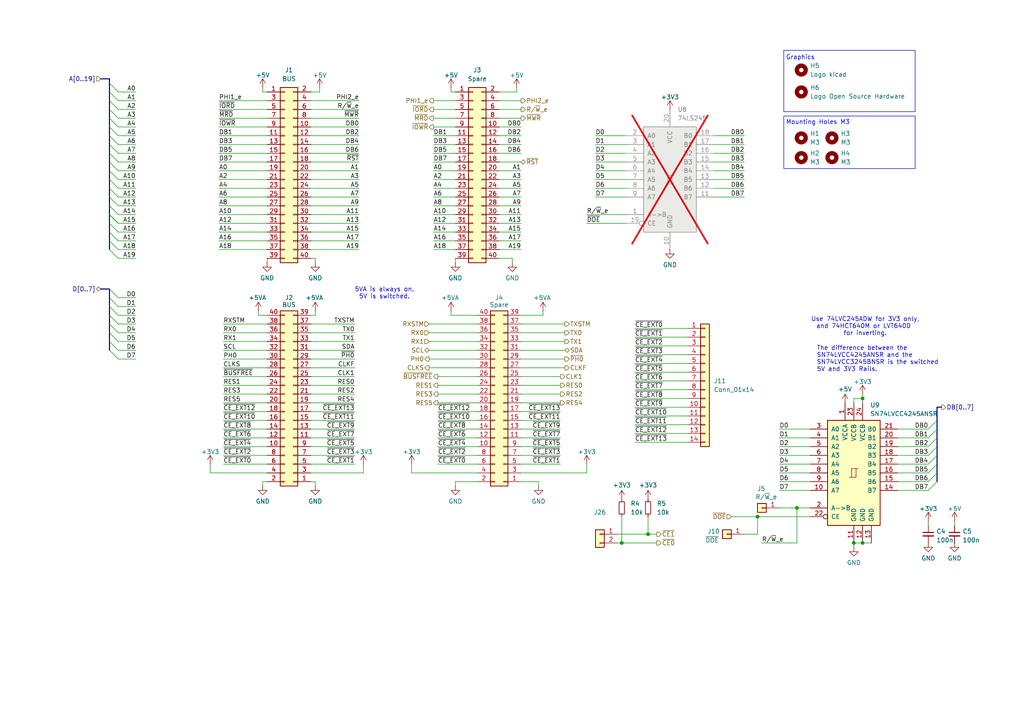
<source format=kicad_sch>
(kicad_sch (version 20231120) (generator "eeschema") (generator_version "8.0")
  (paper "A4")
  (title_block (title "Unicomp v3 - Bus") (date "2024-10-01") (rev "v1.0") (company "100% Offner") (comment 1 "v1.0: Initial"))
  (junction (at 231.14 147.32))
  (junction (at 187.96 154.94))
  (junction (at 250.19 115.57))
  (junction (at 180.34 157.48))
  (junction (at 219.71 149.86))
  (junction (at 247.65 157.48))
  (junction (at 250.19 157.48))
  (bus_entry (at 31.75 57.15) (size 2.54 2.54))
  (bus_entry (at 31.75 49.53) (size 2.54 2.54))
  (bus_entry (at 31.75 34.29) (size 2.54 2.54))
  (bus_entry (at 31.75 62.23) (size 2.54 2.54))
  (bus_entry (at 271.78 129.54) (size -2.54 2.54))
  (bus_entry (at 31.75 72.39) (size 2.54 2.54))
  (bus_entry (at 271.78 137.16) (size -2.54 2.54))
  (bus_entry (at 31.75 91.44) (size 2.54 2.54))
  (bus_entry (at 31.75 83.82) (size 2.54 2.54))
  (bus_entry (at 31.75 99.06) (size 2.54 2.54))
  (bus_entry (at 271.78 127) (size -2.54 2.54))
  (bus_entry (at 31.75 36.83) (size 2.54 2.54))
  (bus_entry (at 31.75 24.13) (size 2.54 2.54))
  (bus_entry (at 31.75 67.31) (size 2.54 2.54))
  (bus_entry (at 31.75 54.61) (size 2.54 2.54))
  (bus_entry (at 31.75 44.45) (size 2.54 2.54))
  (bus_entry (at 271.78 134.62) (size -2.54 2.54))
  (bus_entry (at 31.75 86.36) (size 2.54 2.54))
  (bus_entry (at 31.75 41.91) (size 2.54 2.54))
  (bus_entry (at 31.75 46.99) (size 2.54 2.54))
  (bus_entry (at 31.75 39.37) (size 2.54 2.54))
  (bus_entry (at 271.78 124.46) (size -2.54 2.54))
  (bus_entry (at 31.75 31.75) (size 2.54 2.54))
  (bus_entry (at 271.78 139.7) (size -2.54 2.54))
  (bus_entry (at 31.75 29.21) (size 2.54 2.54))
  (bus_entry (at 271.78 132.08) (size -2.54 2.54))
  (bus_entry (at 31.75 96.52) (size 2.54 2.54))
  (bus_entry (at 271.78 121.92) (size -2.54 2.54))
  (bus_entry (at 31.75 26.67) (size 2.54 2.54))
  (bus_entry (at 31.75 88.9) (size 2.54 2.54))
  (bus_entry (at 31.75 52.07) (size 2.54 2.54))
  (bus_entry (at 31.75 62.23) (size 2.54 2.54))
  (bus_entry (at 31.75 69.85) (size 2.54 2.54))
  (bus_entry (at 31.75 59.69) (size 2.54 2.54))
  (bus_entry (at 31.75 93.98) (size 2.54 2.54))
  (bus_entry (at 31.75 64.77) (size 2.54 2.54))
  (bus_entry (at 31.75 101.6) (size 2.54 2.54))
  (bus (pts (xy 271.78 124.46) (xy 271.78 121.92)))
  (wire (pts (xy 39.37 91.44) (xy 34.29 91.44)))
  (wire (pts (xy 125.73 41.91) (xy 132.08 41.91)))
  (bus (pts (xy 31.75 91.44) (xy 31.75 88.9)))
  (wire (pts (xy 260.35 127) (xy 269.24 127)))
  (bus (pts (xy 31.75 31.75) (xy 31.75 29.21)))
  (wire (pts (xy 91.44 74.93) (xy 90.17 74.93)))
  (wire (pts (xy 184.15 105.41) (xy 199.39 105.41)))
  (wire (pts (xy 151.13 116.84) (xy 162.56 116.84)))
  (wire (pts (xy 125.73 44.45) (xy 132.08 44.45)))
  (wire (pts (xy 63.5 29.21) (xy 77.47 29.21)))
  (wire (pts (xy 172.72 44.45) (xy 181.61 44.45)))
  (wire (pts (xy 144.78 57.15) (xy 151.13 57.15)))
  (wire (pts (xy 91.44 90.17) (xy 91.44 91.44)))
  (bus (pts (xy 271.78 127) (xy 271.78 124.46)))
  (wire (pts (xy 156.21 139.7) (xy 151.13 139.7)))
  (wire (pts (xy 39.37 104.14) (xy 34.29 104.14)))
  (wire (pts (xy 90.17 99.06) (xy 102.87 99.06)))
  (wire (pts (xy 170.18 134.62) (xy 170.18 137.16)))
  (wire (pts (xy 125.73 39.37) (xy 132.08 39.37)))
  (wire (pts (xy 63.5 64.77) (xy 77.47 64.77)))
  (wire (pts (xy 130.81 90.17) (xy 130.81 91.44)))
  (wire (pts (xy 64.77 134.62) (xy 77.47 134.62)))
  (wire (pts (xy 144.78 64.77) (xy 151.13 64.77)))
  (wire (pts (xy 260.35 142.24) (xy 269.24 142.24)))
  (wire (pts (xy 144.78 69.85) (xy 151.13 69.85)))
  (wire (pts (xy 190.5 157.48) (xy 180.34 157.48)))
  (wire (pts (xy 207.01 54.61) (xy 215.9 54.61)))
  (wire (pts (xy 64.77 121.92) (xy 77.47 121.92)))
  (wire (pts (xy 151.13 129.54) (xy 162.56 129.54)))
  (wire (pts (xy 260.35 137.16) (xy 269.24 137.16)))
  (wire (pts (xy 127 111.76) (xy 138.43 111.76)))
  (wire (pts (xy 90.17 64.77) (xy 104.14 64.77)))
  (wire (pts (xy 180.34 149.86) (xy 180.34 157.48)))
  (wire (pts (xy 149.86 26.67) (xy 144.78 26.67)))
  (wire (pts (xy 39.37 69.85) (xy 34.29 69.85)))
  (wire (pts (xy 91.44 76.2) (xy 91.44 74.93)))
  (wire (pts (xy 151.13 99.06) (xy 163.83 99.06)))
  (wire (pts (xy 90.17 59.69) (xy 104.14 59.69)))
  (wire (pts (xy 127 127) (xy 138.43 127)))
  (wire (pts (xy 184.15 97.79) (xy 199.39 97.79)))
  (wire (pts (xy 130.81 91.44) (xy 138.43 91.44)))
  (wire (pts (xy 63.5 36.83) (xy 77.47 36.83)))
  (wire (pts (xy 63.5 39.37) (xy 77.47 39.37)))
  (wire (pts (xy 184.15 102.87) (xy 199.39 102.87)))
  (wire (pts (xy 90.17 116.84) (xy 102.87 116.84)))
  (wire (pts (xy 157.48 90.17) (xy 157.48 91.44)))
  (bus (pts (xy 271.78 118.11) (xy 273.05 118.11)))
  (wire (pts (xy 125.73 69.85) (xy 132.08 69.85)))
  (wire (pts (xy 60.96 137.16) (xy 77.47 137.16)))
  (wire (pts (xy 231.14 147.32) (xy 234.95 147.32)))
  (wire (pts (xy 148.59 76.2) (xy 148.59 74.93)))
  (wire (pts (xy 260.35 129.54) (xy 269.24 129.54)))
  (wire (pts (xy 151.13 127) (xy 162.56 127)))
  (bus (pts (xy 31.75 99.06) (xy 31.75 96.52)))
  (wire (pts (xy 247.65 115.57) (xy 250.19 115.57)))
  (bus (pts (xy 31.75 88.9) (xy 31.75 86.36)))
  (wire (pts (xy 125.73 46.99) (xy 132.08 46.99)))
  (wire (pts (xy 76.2 25.4) (xy 76.2 26.67)))
  (wire (pts (xy 125.73 31.75) (xy 132.08 31.75)))
  (wire (pts (xy 39.37 36.83) (xy 34.29 36.83)))
  (bus (pts (xy 271.78 129.54) (xy 271.78 127)))
  (wire (pts (xy 39.37 57.15) (xy 34.29 57.15)))
  (wire (pts (xy 74.93 91.44) (xy 77.47 91.44)))
  (wire (pts (xy 226.06 137.16) (xy 234.95 137.16)))
  (bus (pts (xy 31.75 64.77) (xy 31.75 62.23)))
  (wire (pts (xy 39.37 62.23) (xy 34.29 62.23)))
  (wire (pts (xy 64.77 99.06) (xy 77.47 99.06)))
  (wire (pts (xy 149.86 25.4) (xy 149.86 26.67)))
  (wire (pts (xy 125.73 57.15) (xy 132.08 57.15)))
  (wire (pts (xy 39.37 52.07) (xy 34.29 52.07)))
  (wire (pts (xy 226.06 142.24) (xy 234.95 142.24)))
  (wire (pts (xy 90.17 36.83) (xy 104.14 36.83)))
  (wire (pts (xy 219.71 154.94) (xy 219.71 149.86)))
  (wire (pts (xy 39.37 49.53) (xy 34.29 49.53)))
  (bus (pts (xy 31.75 44.45) (xy 31.75 41.91)))
  (wire (pts (xy 92.71 25.4) (xy 92.71 26.67)))
  (wire (pts (xy 90.17 31.75) (xy 104.14 31.75)))
  (wire (pts (xy 64.77 124.46) (xy 77.47 124.46)))
  (wire (pts (xy 276.86 151.13) (xy 276.86 152.4)))
  (bus (pts (xy 31.75 86.36) (xy 31.75 83.82)))
  (wire (pts (xy 64.77 106.68) (xy 77.47 106.68)))
  (wire (pts (xy 39.37 88.9) (xy 34.29 88.9)))
  (wire (pts (xy 64.77 101.6) (xy 77.47 101.6)))
  (wire (pts (xy 64.77 114.3) (xy 77.47 114.3)))
  (wire (pts (xy 226.06 129.54) (xy 234.95 129.54)))
  (bus (pts (xy 31.75 69.85) (xy 31.75 67.31)))
  (bus (pts (xy 271.78 139.7) (xy 271.78 137.16)))
  (wire (pts (xy 39.37 46.99) (xy 34.29 46.99)))
  (wire (pts (xy 226.06 134.62) (xy 234.95 134.62)))
  (wire (pts (xy 125.73 59.69) (xy 132.08 59.69)))
  (wire (pts (xy 39.37 96.52) (xy 34.29 96.52)))
  (wire (pts (xy 64.77 129.54) (xy 77.47 129.54)))
  (wire (pts (xy 39.37 39.37) (xy 34.29 39.37)))
  (wire (pts (xy 125.73 36.83) (xy 132.08 36.83)))
  (wire (pts (xy 125.73 52.07) (xy 132.08 52.07)))
  (wire (pts (xy 39.37 34.29) (xy 34.29 34.29)))
  (wire (pts (xy 63.5 31.75) (xy 77.47 31.75)))
  (wire (pts (xy 127 116.84) (xy 138.43 116.84)))
  (wire (pts (xy 151.13 124.46) (xy 162.56 124.46)))
  (wire (pts (xy 184.15 123.19) (xy 199.39 123.19)))
  (wire (pts (xy 269.24 151.13) (xy 269.24 152.4)))
  (wire (pts (xy 130.81 26.67) (xy 132.08 26.67)))
  (wire (pts (xy 231.14 157.48) (xy 231.14 147.32)))
  (wire (pts (xy 151.13 101.6) (xy 163.83 101.6)))
  (wire (pts (xy 184.15 107.95) (xy 199.39 107.95)))
  (bus (pts (xy 31.75 39.37) (xy 31.75 36.83)))
  (wire (pts (xy 63.5 52.07) (xy 77.47 52.07)))
  (wire (pts (xy 90.17 134.62) (xy 102.87 134.62)))
  (bus (pts (xy 31.75 93.98) (xy 31.75 91.44)))
  (wire (pts (xy 39.37 44.45) (xy 34.29 44.45)))
  (wire (pts (xy 157.48 91.44) (xy 151.13 91.44)))
  (wire (pts (xy 127 114.3) (xy 138.43 114.3)))
  (wire (pts (xy 124.46 106.68) (xy 138.43 106.68)))
  (wire (pts (xy 77.47 76.2) (xy 77.47 74.93)))
  (wire (pts (xy 63.5 72.39) (xy 77.47 72.39)))
  (wire (pts (xy 151.13 109.22) (xy 162.56 109.22)))
  (wire (pts (xy 90.17 69.85) (xy 104.14 69.85)))
  (wire (pts (xy 184.15 100.33) (xy 199.39 100.33)))
  (wire (pts (xy 63.5 62.23) (xy 77.47 62.23)))
  (wire (pts (xy 226.06 127) (xy 234.95 127)))
  (wire (pts (xy 127 119.38) (xy 138.43 119.38)))
  (wire (pts (xy 63.5 59.69) (xy 77.47 59.69)))
  (wire (pts (xy 179.07 154.94) (xy 187.96 154.94)))
  (wire (pts (xy 250.19 114.3) (xy 250.19 115.57)))
  (wire (pts (xy 207.01 44.45) (xy 215.9 44.45)))
  (wire (pts (xy 90.17 57.15) (xy 104.14 57.15)))
  (wire (pts (xy 91.44 91.44) (xy 90.17 91.44)))
  (wire (pts (xy 215.9 154.94) (xy 219.71 154.94)))
  (wire (pts (xy 125.73 62.23) (xy 132.08 62.23)))
  (bus (pts (xy 31.75 52.07) (xy 31.75 49.53)))
  (bus (pts (xy 31.75 54.61) (xy 31.75 52.07)))
  (wire (pts (xy 39.37 64.77) (xy 34.29 64.77)))
  (wire (pts (xy 184.15 95.25) (xy 199.39 95.25)))
  (wire (pts (xy 144.78 62.23) (xy 151.13 62.23)))
  (wire (pts (xy 125.73 34.29) (xy 132.08 34.29)))
  (bus (pts (xy 31.75 72.39) (xy 31.75 69.85)))
  (wire (pts (xy 172.72 39.37) (xy 181.61 39.37)))
  (wire (pts (xy 144.78 67.31) (xy 151.13 67.31)))
  (wire (pts (xy 207.01 52.07) (xy 215.9 52.07)))
  (wire (pts (xy 151.13 132.08) (xy 162.56 132.08)))
  (wire (pts (xy 119.38 137.16) (xy 138.43 137.16)))
  (wire (pts (xy 151.13 96.52) (xy 163.83 96.52)))
  (wire (pts (xy 63.5 54.61) (xy 77.47 54.61)))
  (bus (pts (xy 31.75 49.53) (xy 31.75 46.99)))
  (wire (pts (xy 76.2 140.97) (xy 76.2 139.7)))
  (wire (pts (xy 156.21 140.97) (xy 156.21 139.7)))
  (wire (pts (xy 39.37 99.06) (xy 34.29 99.06)))
  (wire (pts (xy 91.44 140.97) (xy 91.44 139.7)))
  (bus (pts (xy 31.75 29.21) (xy 31.75 26.67)))
  (wire (pts (xy 125.73 67.31) (xy 132.08 67.31)))
  (wire (pts (xy 144.78 49.53) (xy 151.13 49.53)))
  (wire (pts (xy 39.37 86.36) (xy 34.29 86.36)))
  (bus (pts (xy 31.75 83.82) (xy 29.21 83.82)))
  (wire (pts (xy 127 121.92) (xy 138.43 121.92)))
  (wire (pts (xy 127 129.54) (xy 138.43 129.54)))
  (wire (pts (xy 63.5 34.29) (xy 77.47 34.29)))
  (wire (pts (xy 144.78 34.29) (xy 151.13 34.29)))
  (wire (pts (xy 172.72 52.07) (xy 181.61 52.07)))
  (wire (pts (xy 184.15 118.11) (xy 199.39 118.11)))
  (wire (pts (xy 170.18 64.77) (xy 181.61 64.77)))
  (wire (pts (xy 63.5 46.99) (xy 77.47 46.99)))
  (wire (pts (xy 90.17 106.68) (xy 102.87 106.68)))
  (wire (pts (xy 144.78 29.21) (xy 151.13 29.21)))
  (wire (pts (xy 76.2 26.67) (xy 77.47 26.67)))
  (wire (pts (xy 90.17 114.3) (xy 102.87 114.3)))
  (wire (pts (xy 184.15 125.73) (xy 199.39 125.73)))
  (wire (pts (xy 132.08 76.2) (xy 132.08 74.93)))
  (wire (pts (xy 125.73 72.39) (xy 132.08 72.39)))
  (wire (pts (xy 74.93 90.17) (xy 74.93 91.44)))
  (wire (pts (xy 64.77 109.22) (xy 77.47 109.22)))
  (wire (pts (xy 39.37 74.93) (xy 34.29 74.93)))
  (wire (pts (xy 260.35 139.7) (xy 269.24 139.7)))
  (wire (pts (xy 90.17 104.14) (xy 102.87 104.14)))
  (wire (pts (xy 184.15 128.27) (xy 199.39 128.27)))
  (wire (pts (xy 180.34 157.48) (xy 179.07 157.48)))
  (wire (pts (xy 90.17 44.45) (xy 104.14 44.45)))
  (bus (pts (xy 271.78 132.08) (xy 271.78 129.54)))
  (wire (pts (xy 64.77 111.76) (xy 77.47 111.76)))
  (wire (pts (xy 144.78 54.61) (xy 151.13 54.61)))
  (wire (pts (xy 247.65 157.48) (xy 250.19 157.48)))
  (wire (pts (xy 220.98 157.48) (xy 231.14 157.48)))
  (wire (pts (xy 124.46 101.6) (xy 138.43 101.6)))
  (bus (pts (xy 31.75 57.15) (xy 31.75 54.61)))
  (wire (pts (xy 151.13 93.98) (xy 163.83 93.98)))
  (wire (pts (xy 63.5 69.85) (xy 77.47 69.85)))
  (wire (pts (xy 64.77 93.98) (xy 77.47 93.98)))
  (wire (pts (xy 250.19 115.57) (xy 250.19 116.84)))
  (wire (pts (xy 39.37 31.75) (xy 34.29 31.75)))
  (wire (pts (xy 207.01 46.99) (xy 215.9 46.99)))
  (wire (pts (xy 90.17 62.23) (xy 104.14 62.23)))
  (wire (pts (xy 124.46 96.52) (xy 138.43 96.52)))
  (wire (pts (xy 127 124.46) (xy 138.43 124.46)))
  (wire (pts (xy 90.17 49.53) (xy 104.14 49.53)))
  (bus (pts (xy 31.75 46.99) (xy 31.75 44.45)))
  (wire (pts (xy 64.77 96.52) (xy 77.47 96.52)))
  (wire (pts (xy 124.46 104.14) (xy 138.43 104.14)))
  (bus (pts (xy 271.78 137.16) (xy 271.78 134.62)))
  (wire (pts (xy 90.17 127) (xy 102.87 127)))
  (wire (pts (xy 92.71 26.67) (xy 90.17 26.67)))
  (wire (pts (xy 76.2 139.7) (xy 77.47 139.7)))
  (wire (pts (xy 124.46 99.06) (xy 138.43 99.06)))
  (wire (pts (xy 247.65 158.75) (xy 247.65 157.48)))
  (wire (pts (xy 144.78 44.45) (xy 151.13 44.45)))
  (wire (pts (xy 260.35 134.62) (xy 269.24 134.62)))
  (wire (pts (xy 207.01 49.53) (xy 215.9 49.53)))
  (wire (pts (xy 144.78 59.69) (xy 151.13 59.69)))
  (wire (pts (xy 207.01 41.91) (xy 215.9 41.91)))
  (wire (pts (xy 125.73 54.61) (xy 132.08 54.61)))
  (wire (pts (xy 260.35 124.46) (xy 269.24 124.46)))
  (wire (pts (xy 63.5 67.31) (xy 77.47 67.31)))
  (wire (pts (xy 184.15 113.03) (xy 199.39 113.03)))
  (wire (pts (xy 127 132.08) (xy 138.43 132.08)))
  (wire (pts (xy 90.17 119.38) (xy 102.87 119.38)))
  (wire (pts (xy 63.5 41.91) (xy 77.47 41.91)))
  (wire (pts (xy 187.96 154.94) (xy 190.5 154.94)))
  (wire (pts (xy 39.37 59.69) (xy 34.29 59.69)))
  (wire (pts (xy 63.5 44.45) (xy 77.47 44.45)))
  (wire (pts (xy 60.96 134.62) (xy 60.96 137.16)))
  (wire (pts (xy 151.13 119.38) (xy 162.56 119.38)))
  (wire (pts (xy 64.77 116.84) (xy 77.47 116.84)))
  (wire (pts (xy 172.72 41.91) (xy 181.61 41.91)))
  (wire (pts (xy 90.17 129.54) (xy 102.87 129.54)))
  (wire (pts (xy 127 134.62) (xy 138.43 134.62)))
  (wire (pts (xy 39.37 93.98) (xy 34.29 93.98)))
  (wire (pts (xy 64.77 127) (xy 77.47 127)))
  (wire (pts (xy 226.06 147.32) (xy 231.14 147.32)))
  (wire (pts (xy 39.37 101.6) (xy 34.29 101.6)))
  (wire (pts (xy 64.77 119.38) (xy 77.47 119.38)))
  (wire (pts (xy 144.78 31.75) (xy 151.13 31.75)))
  (bus (pts (xy 271.78 121.92) (xy 271.78 118.11)))
  (bus (pts (xy 31.75 36.83) (xy 31.75 34.29)))
  (wire (pts (xy 151.13 111.76) (xy 162.56 111.76)))
  (wire (pts (xy 90.17 41.91) (xy 104.14 41.91)))
  (wire (pts (xy 151.13 137.16) (xy 170.18 137.16)))
  (wire (pts (xy 63.5 57.15) (xy 77.47 57.15)))
  (wire (pts (xy 148.59 74.93) (xy 144.78 74.93)))
  (wire (pts (xy 90.17 39.37) (xy 104.14 39.37)))
  (wire (pts (xy 119.38 134.62) (xy 119.38 137.16)))
  (wire (pts (xy 260.35 132.08) (xy 269.24 132.08)))
  (wire (pts (xy 90.17 34.29) (xy 104.14 34.29)))
  (wire (pts (xy 39.37 41.91) (xy 34.29 41.91)))
  (wire (pts (xy 132.08 139.7) (xy 138.43 139.7)))
  (wire (pts (xy 125.73 64.77) (xy 132.08 64.77)))
  (wire (pts (xy 39.37 29.21) (xy 34.29 29.21)))
  (wire (pts (xy 90.17 93.98) (xy 102.87 93.98)))
  (wire (pts (xy 170.18 62.23) (xy 181.61 62.23)))
  (wire (pts (xy 226.06 132.08) (xy 234.95 132.08)))
  (bus (pts (xy 271.78 134.62) (xy 271.78 132.08)))
  (wire (pts (xy 144.78 41.91) (xy 151.13 41.91)))
  (wire (pts (xy 144.78 46.99) (xy 151.13 46.99)))
  (wire (pts (xy 250.19 157.48) (xy 252.73 157.48)))
  (wire (pts (xy 207.01 39.37) (xy 215.9 39.37)))
  (bus (pts (xy 31.75 59.69) (xy 31.75 57.15)))
  (wire (pts (xy 90.17 101.6) (xy 102.87 101.6)))
  (wire (pts (xy 90.17 124.46) (xy 102.87 124.46)))
  (bus (pts (xy 31.75 41.91) (xy 31.75 39.37)))
  (wire (pts (xy 90.17 109.22) (xy 102.87 109.22)))
  (wire (pts (xy 151.13 104.14) (xy 163.83 104.14)))
  (wire (pts (xy 125.73 29.21) (xy 132.08 29.21)))
  (wire (pts (xy 184.15 110.49) (xy 199.39 110.49)))
  (bus (pts (xy 31.75 26.67) (xy 31.75 24.13)))
  (wire (pts (xy 184.15 120.65) (xy 199.39 120.65)))
  (wire (pts (xy 64.77 132.08) (xy 77.47 132.08)))
  (wire (pts (xy 226.06 124.46) (xy 234.95 124.46)))
  (bus (pts (xy 31.75 62.23) (xy 31.75 59.69)))
  (wire (pts (xy 39.37 72.39) (xy 34.29 72.39)))
  (wire (pts (xy 90.17 111.76) (xy 102.87 111.76)))
  (wire (pts (xy 39.37 67.31) (xy 34.29 67.31)))
  (bus (pts (xy 31.75 24.13) (xy 31.75 22.86)))
  (wire (pts (xy 130.81 25.4) (xy 130.81 26.67)))
  (wire (pts (xy 90.17 121.92) (xy 102.87 121.92)))
  (wire (pts (xy 90.17 137.16) (xy 105.41 137.16)))
  (bus (pts (xy 31.75 96.52) (xy 31.75 93.98)))
  (wire (pts (xy 90.17 67.31) (xy 104.14 67.31)))
  (wire (pts (xy 63.5 49.53) (xy 77.47 49.53)))
  (wire (pts (xy 172.72 57.15) (xy 181.61 57.15)))
  (wire (pts (xy 90.17 29.21) (xy 104.14 29.21)))
  (wire (pts (xy 219.71 149.86) (xy 234.95 149.86)))
  (wire (pts (xy 226.06 139.7) (xy 234.95 139.7)))
  (wire (pts (xy 90.17 52.07) (xy 104.14 52.07)))
  (wire (pts (xy 90.17 54.61) (xy 104.14 54.61)))
  (wire (pts (xy 207.01 57.15) (xy 215.9 57.15)))
  (wire (pts (xy 125.73 49.53) (xy 132.08 49.53)))
  (wire (pts (xy 39.37 26.67) (xy 34.29 26.67)))
  (wire (pts (xy 144.78 72.39) (xy 151.13 72.39)))
  (bus (pts (xy 31.75 101.6) (xy 31.75 99.06)))
  (wire (pts (xy 90.17 72.39) (xy 104.14 72.39)))
  (wire (pts (xy 151.13 121.92) (xy 162.56 121.92)))
  (wire (pts (xy 151.13 134.62) (xy 162.56 134.62)))
  (wire (pts (xy 172.72 54.61) (xy 181.61 54.61)))
  (wire (pts (xy 151.13 114.3) (xy 162.56 114.3)))
  (wire (pts (xy 212.09 149.86) (xy 219.71 149.86)))
  (bus (pts (xy 31.75 67.31) (xy 31.75 64.77)))
  (wire (pts (xy 172.72 49.53) (xy 181.61 49.53)))
  (wire (pts (xy 144.78 39.37) (xy 151.13 39.37)))
  (wire (pts (xy 187.96 149.86) (xy 187.96 154.94)))
  (wire (pts (xy 172.72 46.99) (xy 181.61 46.99)))
  (wire (pts (xy 144.78 52.07) (xy 151.13 52.07)))
  (wire (pts (xy 90.17 132.08) (xy 102.87 132.08)))
  (wire (pts (xy 127 109.22) (xy 138.43 109.22)))
  (wire (pts (xy 105.41 134.62) (xy 105.41 137.16)))
  (wire (pts (xy 91.44 139.7) (xy 90.17 139.7)))
  (wire (pts (xy 184.15 115.57) (xy 199.39 115.57)))
  (wire (pts (xy 151.13 106.68) (xy 163.83 106.68)))
  (wire (pts (xy 90.17 46.99) (xy 104.14 46.99)))
  (bus (pts (xy 31.75 22.86) (xy 29.21 22.86)))
  (wire (pts (xy 144.78 36.83) (xy 151.13 36.83)))
  (wire (pts (xy 132.08 140.97) (xy 132.08 139.7)))
  (wire (pts (xy 247.65 116.84) (xy 247.65 115.57)))
  (wire (pts (xy 90.17 96.52) (xy 102.87 96.52)))
  (wire (pts (xy 39.37 54.61) (xy 34.29 54.61)))
  (wire (pts (xy 124.46 93.98) (xy 138.43 93.98)))
  (bus (pts (xy 31.75 34.29) (xy 31.75 31.75)))
  (wire (pts (xy 64.77 104.14) (xy 77.47 104.14)))
  (rectangle (start 227.33 33.655) (end 265.43 48.895))
  (rectangle (start 227.33 14.605) (end 265.43 32.385))
  (text "Graphics" (at 232.156 16.764 0) (effects (font (size 1.27 1.27))))
  (text "5VA is always on,\n5V is switched." (at 111.506 85.09 0) (effects (font (size 1.27 1.27))))
  (text "Use 74LVC245ADW for 3V3 only,\nand 74HCT640M or LVT640D \nfor inverting." (at 250.952 94.742 0) (effects (font (size 1.27 1.27))))
  (text "Mounting Holes M3" (at 237.236 35.56 0) (effects (font (size 1.27 1.27))))
  (text "The difference between the \nSN74LVCC4245ANSR and the\nSN74LVCC3245BNSR is the switched\n5V and 3V3 Rails." (at 236.855 107.95 0) (effects (font (size 1.27 1.27)) (justify left bottom)))
  (label "R{slash}~{W}_e" (at 170.18 62.23 0))
  (label "DB0" (at 215.9 39.37 180))
  (label "DB7" (at 63.5 46.99 0))
  (label "~{CE_EXT8}" (at 64.77 124.46 0))
  (label "~{CE_EXT1}" (at 102.87 134.62 180))
  (label "~{CE_EXT7}" (at 184.15 113.03 0))
  (label "A19" (at 151.13 72.39 180))
  (label "~{CE_EXT13}" (at 184.15 128.27 0))
  (label "~{CE_EXT6}" (at 64.77 127 0))
  (label "A15" (at 151.13 67.31 180))
  (label "A0" (at 39.37 26.67 180))
  (label "RX1" (at 64.77 99.06 0))
  (label "A17" (at 39.37 69.85 180))
  (label "A17" (at 104.14 69.85 180))
  (label "A0" (at 63.5 49.53 0))
  (label "DB6" (at 215.9 54.61 180))
  (label "~{CE_EXT5}" (at 162.56 129.54 180))
  (label "DB7" (at 269.24 142.24 180))
  (label "~{CE_EXT1}" (at 162.56 134.62 180))
  (label "D5" (at 226.06 137.16 0))
  (label "A6" (at 63.5 57.15 0))
  (label "DB3" (at 269.24 132.08 180))
  (label "D6" (at 226.06 139.7 0))
  (label "DB2" (at 215.9 44.45 180))
  (label "A18" (at 63.5 72.39 0))
  (label "A7" (at 151.13 57.15 180))
  (label "A17" (at 151.13 69.85 180))
  (label "DB7" (at 125.73 46.99 0))
  (label "RES5" (at 64.77 116.84 0))
  (label "~{CE_EXT8}" (at 127 124.46 0))
  (label "A11" (at 151.13 62.23 180))
  (label "DB6" (at 151.13 44.45 180))
  (label "~{CE_EXT13}" (at 102.87 119.38 180))
  (label "D2" (at 39.37 91.44 180))
  (label "D2" (at 226.06 129.54 0))
  (label "D7" (at 39.37 104.14 180))
  (label "A13" (at 104.14 64.77 180))
  (label "A0" (at 125.73 49.53 0))
  (label "D3" (at 172.72 46.99 0))
  (label "A16" (at 63.5 69.85 0))
  (label "A5" (at 39.37 39.37 180))
  (label "A15" (at 39.37 64.77 180))
  (label "A9" (at 39.37 49.53 180))
  (label "~{CE_EXT4}" (at 64.77 129.54 0))
  (label "DB2" (at 269.24 129.54 180))
  (label "A4" (at 125.73 54.61 0))
  (label "~{CE_EXT11}" (at 184.15 123.19 0))
  (label "~{CE_EXT13}" (at 162.56 119.38 180))
  (label "A5" (at 104.14 54.61 180))
  (label "A12" (at 63.5 64.77 0))
  (label "DB2" (at 104.14 39.37 180))
  (label "A8" (at 63.5 59.69 0))
  (label "CLK1" (at 102.87 109.22 180))
  (label "~{CE_EXT5}" (at 102.87 129.54 180))
  (label "SDA" (at 102.87 101.6 180))
  (label "D5" (at 39.37 99.06 180))
  (label "A11" (at 39.37 54.61 180))
  (label "D2" (at 172.72 44.45 0))
  (label "CLKF" (at 102.87 106.68 180))
  (label "A2" (at 63.5 52.07 0))
  (label "~{CE_EXT3}" (at 184.15 102.87 0))
  (label "~{CE_EXT6}" (at 127 127 0))
  (label "~{CE_EXT6}" (at 184.15 110.49 0))
  (label "A5" (at 151.13 54.61 180))
  (label "DB5" (at 269.24 137.16 180))
  (label "A11" (at 104.14 62.23 180))
  (label "~{CE_EXT0}" (at 127 134.62 0))
  (label "A7" (at 104.14 57.15 180))
  (label "A10" (at 39.37 52.07 180))
  (label "D7" (at 226.06 142.24 0))
  (label "A16" (at 125.73 69.85 0))
  (label "D3" (at 226.06 132.08 0))
  (label "D1" (at 226.06 127 0))
  (label "A9" (at 151.13 59.69 180))
  (label "~{CE_EXT12}" (at 127 119.38 0))
  (label "~{CE_EXT0}" (at 64.77 134.62 0))
  (label "~{IORD}" (at 63.5 31.75 0))
  (label "A3" (at 151.13 52.07 180))
  (label "D0" (at 226.06 124.46 0))
  (label "A2" (at 125.73 52.07 0))
  (label "~{CE_EXT7}" (at 102.87 127 180))
  (label "DB0" (at 269.24 124.46 180))
  (label "RES4" (at 102.87 116.84 180))
  (label "~{CE_EXT0}" (at 184.15 95.25 0))
  (label "D0" (at 39.37 86.36 180))
  (label "~{CE_EXT3}" (at 102.87 132.08 180))
  (label "A7" (at 39.37 44.45 180))
  (label "~{CE_EXT9}" (at 184.15 118.11 0))
  (label "A15" (at 104.14 67.31 180))
  (label "D5" (at 172.72 52.07 0))
  (label "PH0" (at 64.77 104.14 0))
  (label "TX0" (at 102.87 96.52 180))
  (label "D4" (at 226.06 134.62 0))
  (label "~{CE_EXT8}" (at 184.15 115.57 0))
  (label "~{MWR}" (at 104.14 34.29 180))
  (label "D7" (at 172.72 57.15 0))
  (label "A19" (at 104.14 72.39 180))
  (label "DB3" (at 63.5 41.91 0))
  (label "DB4" (at 269.24 134.62 180))
  (label "RES1" (at 64.77 111.76 0))
  (label "DB4" (at 151.13 41.91 180))
  (label "DB1" (at 269.24 127 180))
  (label "R{slash}~{W}_e" (at 220.98 157.48 0))
  (label "A3" (at 39.37 34.29 180))
  (label "DB6" (at 269.24 139.7 180))
  (label "DB0" (at 151.13 36.83 180))
  (label "A14" (at 63.5 67.31 0))
  (label "A10" (at 125.73 62.23 0))
  (label "~{RST}" (at 104.14 46.99 180))
  (label "DB1" (at 125.73 39.37 0))
  (label "DB1" (at 215.9 41.91 180))
  (label "DB4" (at 104.14 41.91 180))
  (label "A12" (at 39.37 57.15 180))
  (label "~{CE_EXT2}" (at 127 132.08 0))
  (label "DB5" (at 215.9 52.07 180))
  (label "D1" (at 39.37 88.9 180))
  (label "~{CE_EXT5}" (at 184.15 107.95 0))
  (label "~{BUSFREE}" (at 64.77 109.22 0))
  (label "DB5" (at 125.73 44.45 0))
  (label "A8" (at 125.73 59.69 0))
  (label "D3" (at 39.37 93.98 180))
  (label "~{IOWR}" (at 63.5 36.83 0))
  (label "A4" (at 39.37 36.83 180))
  (label "~{CE_EXT9}" (at 162.56 124.46 180))
  (label "A10" (at 63.5 62.23 0))
  (label "A14" (at 39.37 62.23 180))
  (label "~{CE_EXT10}" (at 127 121.92 0))
  (label "DB6" (at 104.14 44.45 180))
  (label "~{CE_EXT10}" (at 184.15 120.65 0))
  (label "A2" (at 39.37 31.75 180))
  (label "DB5" (at 63.5 44.45 0))
  (label "R{slash}~{W}_e" (at 104.14 31.75 180))
  (label "DB2" (at 151.13 39.37 180))
  (label "CLKS" (at 64.77 106.68 0))
  (label "PHI2_e" (at 104.14 29.21 180))
  (label "DB1" (at 63.5 39.37 0))
  (label "A6" (at 125.73 57.15 0))
  (label "A13" (at 39.37 59.69 180))
  (label "A14" (at 125.73 67.31 0))
  (label "RES2" (at 102.87 114.3 180))
  (label "DB7" (at 215.9 57.15 180))
  (label "A18" (at 39.37 72.39 180))
  (label "DB3" (at 215.9 46.99 180))
  (label "A13" (at 151.13 64.77 180))
  (label "~{CE_EXT7}" (at 162.56 127 180))
  (label "~{CE_EXT2}" (at 184.15 100.33 0))
  (label "~{CE_EXT10}" (at 64.77 121.92 0))
  (label "~{CE_EXT11}" (at 162.56 121.92 180))
  (label "A1" (at 104.14 49.53 180))
  (label "~{CE_EXT11}" (at 102.87 121.92 180))
  (label "DB4" (at 215.9 49.53 180))
  (label "TXSTM" (at 102.87 93.98 180))
  (label "A12" (at 125.73 64.77 0))
  (label "~{CE_EXT2}" (at 64.77 132.08 0))
  (label "A3" (at 104.14 52.07 180))
  (label "~{CE_EXT12}" (at 64.77 119.38 0))
  (label "~{CE_EXT1}" (at 184.15 97.79 0))
  (label "A4" (at 63.5 54.61 0))
  (label "D6" (at 172.72 54.61 0))
  (label "DB3" (at 125.73 41.91 0))
  (label "~{CE_EXT3}" (at 162.56 132.08 180))
  (label "D6" (at 39.37 101.6 180))
  (label "D4" (at 39.37 96.52 180))
  (label "TX1" (at 102.87 99.06 180))
  (label "~{CE_EXT12}" (at 184.15 125.73 0))
  (label "SCL" (at 64.77 101.6 0))
  (label "A9" (at 104.14 59.69 180))
  (label "A6" (at 39.37 41.91 180))
  (label "D4" (at 172.72 49.53 0))
  (label "A18" (at 125.73 72.39 0))
  (label "RXSTM" (at 64.77 93.98 0))
  (label "~{PH0}" (at 102.87 104.14 180))
  (label "~{DOE}" (at 170.18 64.77 0))
  (label "D0" (at 172.72 39.37 0))
  (label "DB0" (at 104.14 36.83 180))
  (label "RX0" (at 64.77 96.52 0))
  (label "~{MRD}" (at 63.5 34.29 0))
  (label "RES3" (at 64.77 114.3 0))
  (label "A19" (at 39.37 74.93 180))
  (label "PHI1_e" (at 63.5 29.21 0))
  (label "RES0" (at 102.87 111.76 180))
  (label "~{CE_EXT4}" (at 184.15 105.41 0))
  (label "A16" (at 39.37 67.31 180))
  (label "D1" (at 172.72 41.91 0))
  (label "A8" (at 39.37 46.99 180))
  (label "A1" (at 39.37 29.21 180))
  (label "~{CE_EXT4}" (at 127 129.54 0))
  (label "A1" (at 151.13 49.53 180))
  (label "~{CE_EXT9}" (at 102.87 124.46 180))
  (hierarchical_label "RES1" (shape output) (at 127 111.76 180))
  (hierarchical_label "RES5" (shape output) (at 127 116.84 180))
  (hierarchical_label "CLKF" (shape output) (at 163.83 106.68 0))
  (hierarchical_label "D[0..7]" (shape bidirectional) (at 29.21 83.82 180))
  (hierarchical_label "~{IOWR}" (shape output) (at 125.73 36.83 180))
  (hierarchical_label "~{CE0}" (shape output) (at 190.5 157.48 0))
  (hierarchical_label "A[0..19]" (shape input) (at 29.21 22.86 180))
  (hierarchical_label "DB[0..7]" (shape output) (at 273.05 118.11 0))
  (hierarchical_label "CLK1" (shape output) (at 162.56 109.22 0))
  (hierarchical_label "RX1" (shape input) (at 124.46 99.06 180))
  (hierarchical_label "~{RST}" (shape tri_state) (at 151.13 46.99 0))
  (hierarchical_label "TX0" (shape output) (at 163.83 96.52 0))
  (hierarchical_label "RES0" (shape output) (at 162.56 111.76 0))
  (hierarchical_label "SCL" (shape bidirectional) (at 124.46 101.6 180))
  (hierarchical_label "PHI1_e" (shape output) (at 125.73 29.21 180))
  (hierarchical_label "~{DOE}" (shape input) (at 212.09 149.86 180))
  (hierarchical_label "PH0" (shape output) (at 124.46 104.14 180))
  (hierarchical_label "~{IORD}" (shape output) (at 125.73 31.75 180))
  (hierarchical_label "SDA" (shape bidirectional) (at 163.83 101.6 0))
  (hierarchical_label "~{MRD}" (shape output) (at 125.73 34.29 180))
  (hierarchical_label "~{PH0}" (shape output) (at 163.83 104.14 0))
  (hierarchical_label "RES2" (shape output) (at 162.56 114.3 0))
  (hierarchical_label "~{MWR}" (shape output) (at 151.13 34.29 0))
  (hierarchical_label "CLKS" (shape output) (at 124.46 106.68 180))
  (hierarchical_label "TXSTM" (shape output) (at 163.83 93.98 0))
  (hierarchical_label "~{BUSFREE}" (shape output) (at 127 109.22 180))
  (hierarchical_label "RES4" (shape output) (at 162.56 116.84 0))
  (hierarchical_label "R{slash}~{W}_e" (shape output) (at 151.13 31.75 0))
  (hierarchical_label "RES3" (shape output) (at 127 114.3 180))
  (hierarchical_label "TX1" (shape output) (at 163.83 99.06 0))
  (hierarchical_label "RXSTM" (shape input) (at 124.46 93.98 180))
  (hierarchical_label "RX0" (shape input) (at 124.46 96.52 180))
  (hierarchical_label "~{CE1}" (shape output) (at 190.5 154.94 0))
  (hierarchical_label "PHI2_e" (shape output) (at 151.13 29.21 0))
  (symbol (lib_id "power:+3V3") (at 180.34 144.78 0) (unit 1)
    (property "Reference" "#PWR031" (effects (hide yes)))
    (property "Value" "+3V3" (at 180.34 140.716 0))
    (property "Description" "Power symbol creates a global label with name \"+3V3\"" (effects (hide yes)))
  )
  (symbol (lib_id "power:GND") (at 269.24 157.48 0) (unit 1)
    (property "Reference" "#PWR07" (effects (hide yes)))
    (property "Value" "GND" (at 269.24 161.9234 0))
  )
  (symbol (lib_id "power:+5V") (at 276.86 151.13 0) (unit 1)
    (property "Reference" "#PWR010" (effects (hide yes)))
    (property "Value" "+5V" (at 276.86 147.5542 0))
    (property "Description" "Power symbol creates a global label with name \"+5V\"" (effects (hide yes)))
  )
  (symbol (lib_id "Mechanical:MountingHole") (at 232.41 40.005 0) (unit 1) (in_bom no)
    (property "Reference" "H1" (at 234.95 38.7349 0) (effects (justify left)))
    (property "Value" "M3" (at 234.95 41.2749 0) (effects (justify left)))
    (property "Footprint" "MountingHole:MountingHole_3.2mm_M3" (effects (hide yes)))
    (property "Description" "Mounting Hole without connection" (effects (hide yes)))
  )
  (symbol (lib_id "Mechanical:MountingHole") (at 241.3 40.005 0) (unit 1) (in_bom no)
    (property "Reference" "H3" (at 243.84 38.7349 0) (effects (justify left)))
    (property "Value" "M3" (at 243.84 41.2749 0) (effects (justify left)))
    (property "Footprint" "MountingHole:MountingHole_3.2mm_M3" (effects (hide yes)))
    (property "Description" "Mounting Hole without connection" (effects (hide yes)))
  )
  (symbol (lib_id "Connector_Generic:Conn_02x20_Odd_Even") (at 146.05 116.84 180) (unit 1) (in_bom no)
    (property "Reference" "J4" (at 144.78 86.344 0))
    (property "Value" "Spare" (at 144.78 88.392 0))
    (property "Footprint" "Connector_PinSocket_2.54mm:PinSocket_2x20_P2.54mm_Vertical" (effects (hide yes)))
    (property "Description" "Generic connector, double row, 02x20, odd/even pin numbering scheme (row 1 odd numbers, row 2 even numbers), script generated (kicad-library-utils/schlib/autogen/connector/)" (effects (hide yes)))
  )
  (symbol (lib_id "power:+5VA") (at 130.81 90.17 0) (unit 1)
    (property "Reference" "#PWR097" (effects (hide yes)))
    (property "Value" "+5VA" (at 130.556 86.36 0))
    (property "Description" "Power symbol creates a global label with name \"+5VA\"" (effects (hide yes)))
  )
  (symbol (lib_id "power:GND") (at 276.86 157.48 0) (unit 1)
    (property "Reference" "#PWR011" (effects (hide yes)))
    (property "Value" "GND" (at 276.86 161.9234 0))
    (property "Description" "Power symbol creates a global label with name \"GND\" , ground" (effects (hide yes)))
  )
  (symbol (lib_id "power:GND") (at 91.44 140.97 0) (unit 1)
    (property "Reference" "#PWR092" (effects (hide yes)))
    (property "Value" "GND" (at 91.44 145.4134 0))
    (property "Description" "Power symbol creates a global label with name \"GND\" , ground" (effects (hide yes)))
  )
  (symbol (lib_id "power:GND") (at 194.31 72.39 0) (unit 1)
    (property "Reference" "#PWR076" (effects (hide yes)))
    (property "Value" "GND" (at 194.31 76.8334 0))
  )
  (symbol (lib_id "power:+3V3") (at 194.31 31.75 0) (unit 1)
    (property "Reference" "#PWR077" (effects (hide yes)))
    (property "Value" "+3V3" (at 194.31 28.1742 0))
  )
  (symbol (lib_id "power:GND") (at 247.65 158.75 0) (unit 1)
    (property "Reference" "#PWR04" (effects (hide yes)))
    (property "Value" "GND" (at 247.65 163.1934 0))
  )
  (symbol (lib_id "Device:R_Small") (at 187.96 147.32 0) (unit 1)
    (property "Reference" "R5" (at 190.5 146.0499 0) (effects (justify left)))
    (property "Value" "10k" (at 190.5 148.5899 0) (effects (justify left)))
    (property "Footprint" "Resistor_SMD:R_1206_3216Metric_Pad1.30x1.75mm_HandSolder" (effects (hide yes)))
  )
  (symbol (lib_id "power:GND") (at 77.47 76.2 0) (unit 1)
    (property "Reference" "#PWR089" (effects (hide yes)))
    (property "Value" "GND" (at 77.47 80.6434 0))
    (property "Description" "Power symbol creates a global label with name \"GND\" , ground" (effects (hide yes)))
  )
  (symbol (lib_id "power:+5V") (at 76.2 25.4 0) (unit 1)
    (property "Reference" "#PWR087" (effects (hide yes)))
    (property "Value" "+5V" (at 76.2 21.8242 0))
    (property "Description" "Power symbol creates a global label with name \"+5V\"" (effects (hide yes)))
  )
  (symbol (lib_id "power:+3V3") (at 170.18 134.62 0) (unit 1)
    (property "Reference" "#PWR0104" (effects (hide yes)))
    (property "Value" "+3V3" (at 170.18 131.0442 0))
    (property "Description" "Power symbol creates a global label with name \"+3V3\"" (effects (hide yes)))
  )
  (symbol (lib_id "power:+3V3") (at 119.38 134.62 0) (unit 1)
    (property "Reference" "#PWR095" (effects (hide yes)))
    (property "Value" "+3V3" (at 119.38 131.0442 0))
    (property "Description" "Power symbol creates a global label with name \"+3V3\"" (effects (hide yes)))
  )
  (symbol (lib_id "power:+3V3") (at 105.41 134.62 0) (unit 1)
    (property "Reference" "#PWR094" (effects (hide yes)))
    (property "Value" "+3V3" (at 105.41 131.0442 0))
    (property "Description" "Power symbol creates a global label with name \"+3V3\"" (effects (hide yes)))
  )
  (symbol (lib_id "Mechanical:MountingHole") (at 241.3 45.72 0) (unit 1) (in_bom no)
    (property "Reference" "H4" (at 243.84 44.4499 0) (effects (justify left)))
    (property "Value" "M3" (at 243.84 46.9899 0) (effects (justify left)))
    (property "Footprint" "MountingHole:MountingHole_3.2mm_M3" (effects (hide yes)))
    (property "Description" "Mounting Hole without connection" (effects (hide yes)))
  )
  (symbol (lib_id "Connector_Generic:Conn_01x01") (at 220.98 147.32 0) (mirror y) (unit 1) (in_bom no)
    (property "Reference" "J5" (at 221.996 141.732 0) (effects (justify left)))
    (property "Value" "R/~{W}_e" (at 225.425 144.145 0) (effects (justify left)))
    (property "Footprint" "Connector_PinHeader_2.00mm:PinHeader_1x01_P2.00mm_Vertical" (effects (hide yes)))
  )
  (symbol (lib_id "power:GND") (at 91.44 76.2 0) (unit 1)
    (property "Reference" "#PWR090" (effects (hide yes)))
    (property "Value" "GND" (at 91.44 80.6434 0))
    (property "Description" "Power symbol creates a global label with name \"GND\" , ground" (effects (hide yes)))
  )
  (symbol (lib_id "power:+3V3") (at 269.24 151.13 0) (unit 1)
    (property "Reference" "#PWR06" (effects (hide yes)))
    (property "Value" "+3V3" (at 269.24 147.5542 0))
  )
  (symbol (lib_id "power:GND") (at 156.21 140.97 0) (unit 1)
    (property "Reference" "#PWR0102" (effects (hide yes)))
    (property "Value" "GND" (at 156.21 145.4134 0))
    (property "Description" "Power symbol creates a global label with name \"GND\" , ground" (effects (hide yes)))
  )
  (symbol (lib_id "power:+3V3") (at 187.96 144.78 0) (unit 1)
    (property "Reference" "#PWR032" (effects (hide yes)))
    (property "Value" "+3V3" (at 187.96 140.716 0))
    (property "Description" "Power symbol creates a global label with name \"+3V3\"" (effects (hide yes)))
  )
  (symbol (lib_id "power:+3V3") (at 60.96 134.62 0) (unit 1)
    (property "Reference" "#PWR085" (effects (hide yes)))
    (property "Value" "+3V3" (at 60.96 131.0442 0))
    (property "Description" "Power symbol creates a global label with name \"+3V3\"" (effects (hide yes)))
  )
  (symbol (lib_id "power:+5V") (at 130.81 25.4 0) (unit 1)
    (property "Reference" "#PWR096" (effects (hide yes)))
    (property "Value" "+5V" (at 130.81 21.8242 0))
    (property "Description" "Power symbol creates a global label with name \"+5V\"" (effects (hide yes)))
  )
  (symbol (lib_id "power:+5VA") (at 74.93 90.17 0) (unit 1)
    (property "Reference" "#PWR086" (effects (hide yes)))
    (property "Value" "+5VA" (at 74.676 86.36 0))
    (property "Description" "Power symbol creates a global label with name \"+5VA\"" (effects (hide yes)))
  )
  (symbol (lib_id "Connector_Generic:Conn_02x20_Odd_Even") (at 137.16 49.53 0) (unit 1) (in_bom no)
    (property "Reference" "J3" (at 138.43 20.32 0))
    (property "Value" "Spare" (at 138.43 22.86 0))
    (property "Footprint" "Connector_PinSocket_2.54mm:PinSocket_2x20_P2.54mm_Vertical" (effects (hide yes)))
    (property "Description" "Generic connector, double row, 02x20, odd/even pin numbering scheme (row 1 odd numbers, row 2 even numbers), script generated (kicad-library-utils/schlib/autogen/connector/)" (effects (hide yes)))
  )
  (symbol (lib_id "power:+3V3") (at 250.19 114.3 0) (unit 1)
    (property "Reference" "#PWR05" (effects (hide yes)))
    (property "Value" "+3V3" (at 250.19 110.7242 0))
  )
  (symbol (lib_id "my_ics_new:74LVC4245") (at 247.65 137.16 0) (unit 1)
    (property "Reference" "U9" (at 252.3841 117.475 0) (effects (justify left)))
    (property "Value" "SN74LVCC4245ANSR" (at 252.3841 120.015 0) (effects (justify left)))
    (property "Footprint" "Package_SO:SO-24_5.3x15mm_P1.27mm" (effects (hide yes)))
    (property "Datasheet" "https://www.ti.com/lit/ds/symlink/sn74lvc4245a.pdf" (effects (hide yes)))
  )
  (symbol (lib_id "Connector_Generic:Conn_01x14") (at 204.47 110.49 0) (unit 1)
    (property "Reference" "J11" (at 207.01 110.4899 0) (effects (justify left)))
    (property "Value" "Conn_01x14" (at 207.01 113.03 0) (effects (justify left)))
    (property "Footprint" "Connector_PinSocket_2.54mm:PinSocket_1x14_P2.54mm_Vertical" (effects (hide yes)))
    (property "Description" "Generic connector, single row, 01x14, script generated (kicad-library-utils/schlib/autogen/connector/)" (effects (hide yes)))
  )
  (symbol (lib_id "Mechanical:MountingHole") (at 232.41 45.72 0) (unit 1) (in_bom no)
    (property "Reference" "H2" (at 234.95 44.4499 0) (effects (justify left)))
    (property "Value" "M3" (at 234.95 46.9899 0) (effects (justify left)))
    (property "Footprint" "MountingHole:MountingHole_3.2mm_M3" (effects (hide yes)))
    (property "Description" "Mounting Hole without connection" (effects (hide yes)))
  )
  (symbol (lib_id "Device:C_Small") (at 276.86 154.94 0) (unit 1)
    (property "Reference" "C5" (at 279.1841 154.1116 0) (effects (justify left)))
    (property "Value" "100n" (at 279.1841 156.6485 0) (effects (justify left)))
    (property "Footprint" "Capacitor_SMD:C_1206_3216Metric" (effects (hide yes)))
    (property "Description" "Unpolarized capacitor, small symbol" (effects (hide yes)))
  )
  (symbol (lib_id "Connector_Generic:Conn_02x20_Odd_Even") (at 82.55 49.53 0) (unit 1)
    (property "Reference" "J1" (at 83.82 20.32 0))
    (property "Value" "BUS" (at 83.82 22.86 0))
    (property "Footprint" "Connector_PinSocket_2.54mm:PinSocket_2x20_P2.54mm_Vertical" (effects (hide yes)))
    (property "Description" "Generic connector, double row, 02x20, odd/even pin numbering scheme (row 1 odd numbers, row 2 even numbers), script generated (kicad-library-utils/schlib/autogen/connector/)" (effects (hide yes)))
  )
  (symbol (lib_id "Connector_Generic:Conn_02x20_Odd_Even") (at 85.09 116.84 180) (unit 1)
    (property "Reference" "J2" (at 83.82 86.344 0))
    (property "Value" "BUS" (at 83.82 88.392 0))
    (property "Footprint" "Connector_PinSocket_2.54mm:PinSocket_2x20_P2.54mm_Vertical" (effects (hide yes)))
    (property "Description" "Generic connector, double row, 02x20, odd/even pin numbering scheme (row 1 odd numbers, row 2 even numbers), script generated (kicad-library-utils/schlib/autogen/connector/)" (effects (hide yes)))
  )
  (symbol (lib_id "Mechanical:MountingHole") (at 232.41 20.32 0) (unit 1) (exclude_from_sim yes) (in_bom no)
    (property "Reference" "H5" (at 234.95 19.0499 0) (effects (justify left)))
    (property "Value" "Logo kicad" (at 234.95 21.5899 0) (effects (justify left)))
    (property "Footprint" "Symbol:KiCad-Logo2_6mm_SilkScreen" (effects (hide yes)))
    (property "Description" "Mounting Hole without connection" (effects (hide yes)))
  )
  (symbol (lib_id "power:GND") (at 76.2 140.97 0) (unit 1)
    (property "Reference" "#PWR088" (effects (hide yes)))
    (property "Value" "GND" (at 76.2 145.4134 0))
    (property "Description" "Power symbol creates a global label with name \"GND\" , ground" (effects (hide yes)))
  )
  (symbol (lib_id "Device:C_Small") (at 269.24 154.94 0) (unit 1)
    (property "Reference" "C4" (at 271.5641 154.1116 0) (effects (justify left)))
    (property "Value" "100n" (at 271.5641 156.6485 0) (effects (justify left)))
    (property "Footprint" "Capacitor_SMD:C_1206_3216Metric" (effects (hide yes)))
  )
  (symbol (lib_id "Mechanical:MountingHole") (at 232.41 26.67 0) (unit 1) (exclude_from_sim yes) (in_bom no)
    (property "Reference" "H6" (at 234.95 25.3999 0) (effects (justify left)))
    (property "Value" "Logo Open Source Hardware" (at 234.95 27.9399 0) (effects (justify left)))
    (property "Footprint" "Symbol:OSHW-Logo2_7.3x6mm_SilkScreen" (effects (hide yes)))
    (property "Description" "Mounting Hole without connection" (effects (hide yes)))
  )
  (symbol (lib_name "+5V_1") (lib_id "power:+5V") (at 245.11 116.84 0) (unit 1)
    (property "Reference" "#PWR01" (effects (hide yes)))
    (property "Value" "+5V" (at 245.11 112.895 0))
  )
  (symbol (lib_id "Device:R_Small") (at 180.34 147.32 0) (unit 1)
    (property "Reference" "R4" (at 182.88 146.0499 0) (effects (justify left)))
    (property "Value" "10k" (at 182.88 148.5899 0) (effects (justify left)))
    (property "Footprint" "Resistor_SMD:R_1206_3216Metric_Pad1.30x1.75mm_HandSolder" (effects (hide yes)))
  )
  (symbol (lib_id "power:+5VA") (at 157.48 90.17 0) (unit 1)
    (property "Reference" "#PWR0103" (effects (hide yes)))
    (property "Value" "+5VA" (at 157.226 86.36 0))
    (property "Description" "Power symbol creates a global label with name \"+5VA\"" (effects (hide yes)))
  )
  (symbol (lib_id "Connector_Generic:Conn_01x02") (at 173.99 154.94 0) (mirror y) (unit 1)
    (property "Reference" "J26" (at 173.99 148.59 0))
    (property "Value" "Conn_01x02" (effects (hide yes)))
    (property "Footprint" "Connector_PinSocket_2.54mm:PinSocket_1x02_P2.54mm_Vertical" (effects (hide yes)))
    (property "Description" "Generic connector, single row, 01x02, script generated (kicad-library-utils/schlib/autogen/connector/)" (effects (hide yes)))
  )
  (symbol (lib_id "Connector_Generic:Conn_01x01") (at 210.82 154.94 0) (mirror y) (unit 1) (in_bom no)
    (property "Reference" "J10" (at 208.788 154.1053 0) (effects (justify left)))
    (property "Value" "~{DOE}" (at 208.534 156.718 0) (effects (justify left)))
    (property "Footprint" "Connector_PinHeader_2.00mm:PinHeader_1x01_P2.00mm_Vertical" (effects (hide yes)))
  )
  (symbol (lib_id "power:+5V") (at 149.86 25.4 0) (mirror y) (unit 1)
    (property "Reference" "#PWR0101" (effects (hide yes)))
    (property "Value" "+5V" (at 149.86 21.8242 0))
    (property "Description" "Power symbol creates a global label with name \"+5V\"" (effects (hide yes)))
  )
  (symbol (lib_id "power:GND") (at 132.08 76.2 0) (unit 1)
    (property "Reference" "#PWR098" (effects (hide yes)))
    (property "Value" "GND" (at 132.08 80.6434 0))
    (property "Description" "Power symbol creates a global label with name \"GND\" , ground" (effects (hide yes)))
  )
  (symbol (lib_id "74xx:74LS245") (at 194.31 52.07 0) (unit 1) (dnp yes)
    (property "Reference" "U8" (at 196.5041 31.75 0) (effects (justify left)))
    (property "Value" "74LS245" (at 196.5041 34.29 0) (effects (justify left)))
    (property "Footprint" "Package_SO:SOIC-20W_7.5x12.8mm_P1.27mm" (effects (hide yes)))
    (property "Datasheet" "http://www.ti.com/lit/gpn/sn74LS245" (effects (hide yes)))
    (property "Description" "Octal BUS Transceivers, 3-State outputs" (effects (hide yes)))
  )
  (symbol (lib_id "power:GND") (at 148.59 76.2 0) (unit 1)
    (property "Reference" "#PWR0100" (effects (hide yes)))
    (property "Value" "GND" (at 148.59 80.6434 0))
    (property "Description" "Power symbol creates a global label with name \"GND\" , ground" (effects (hide yes)))
  )
  (symbol (lib_id "power:+5VA") (at 91.44 90.17 0) (unit 1)
    (property "Reference" "#PWR091" (effects (hide yes)))
    (property "Value" "+5VA" (at 91.186 86.36 0))
    (property "Description" "Power symbol creates a global label with name \"+5VA\"" (effects (hide yes)))
  )
  (symbol (lib_id "power:GND") (at 132.08 140.97 0) (unit 1)
    (property "Reference" "#PWR099" (effects (hide yes)))
    (property "Value" "GND" (at 132.08 145.4134 0))
    (property "Description" "Power symbol creates a global label with name \"GND\" , ground" (effects (hide yes)))
  )
  (symbol (lib_id "power:+5V") (at 92.71 25.4 0) (mirror y) (unit 1)
    (property "Reference" "#PWR093" (effects (hide yes)))
    (property "Value" "+5V" (at 92.71 21.8242 0))
    (property "Description" "Power symbol creates a global label with name \"+5V\"" (effects (hide yes)))
  )
)
</source>
